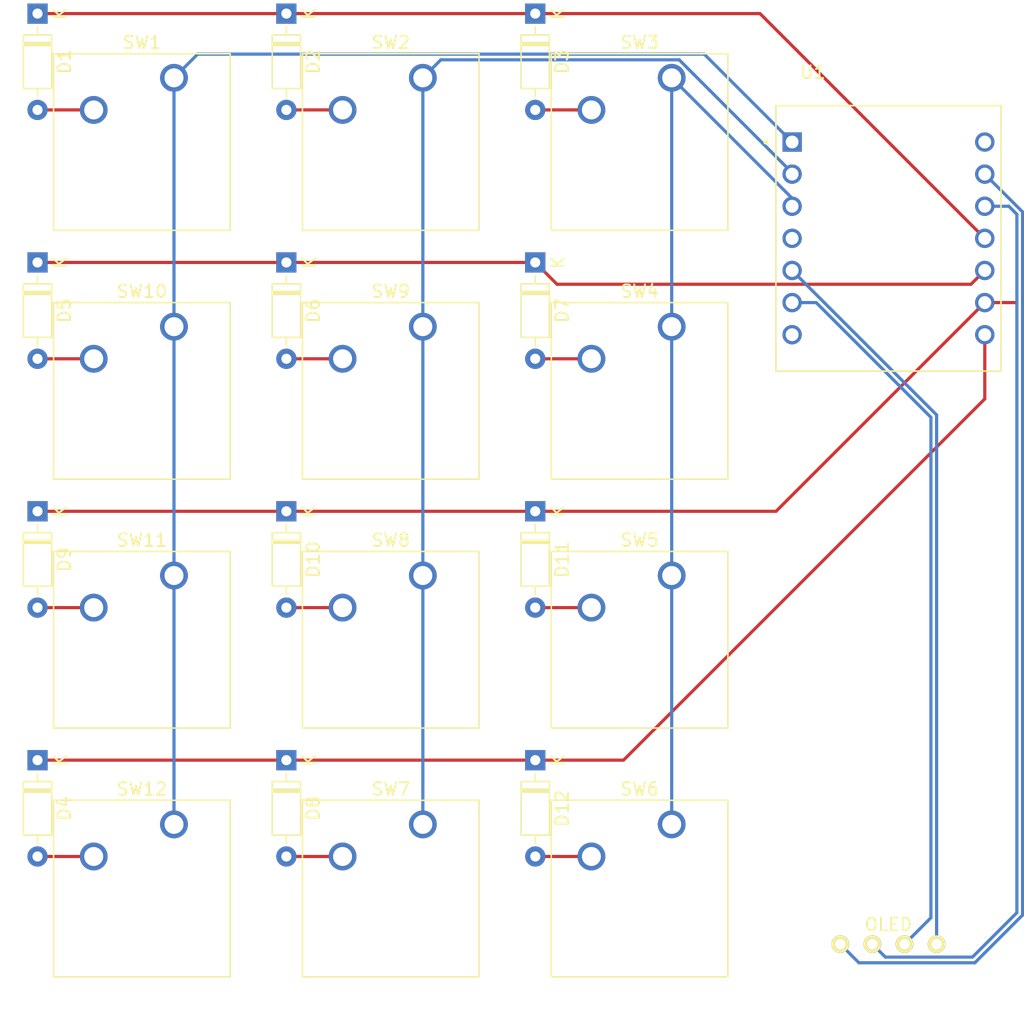
<source format=kicad_pcb>
(kicad_pcb (version 20221018) (generator pcbnew)
  (layers (0 "F.Cu" signal) (31 "B.Cu" signal) (34 "B.Paste" user) (35 "F.Paste" user) (36 "B.SilkS" user "B.Silkscreen") (37 "F.SilkS" user "F.Silkscreen") (38 "B.Mask" user) (39 "F.Mask" user) (44 "Edge.Cuts" user))
  (net 0 "")
  (net 1 "R-0")
  (net 2 "Net-(D1-A)")
  (net 3 "Net-(D2-A)")
  (net 4 "Net-(D3-A)")
  (net 5 "R-3")
  (net 6 "Net-(D4-A)")
  (net 7 "R-1")
  (net 8 "Net-(D5-A)")
  (net 9 "Net-(D6-A)")
  (net 10 "Net-(D7-A)")
  (net 11 "Net-(D8-A)")
  (net 12 "R-2")
  (net 13 "Net-(D10-A)")
  (net 14 "Net-(D11-A)")
  (net 15 "Net-(D12-A)")
  (net 16 "C-0")
  (net 17 "C-1")
  (net 18 "C-2")
  (net 19 "Net-(D9-A)")
  (net 20 "O-GND")
  (net 21 "O-VCC")
  (net 22 "O-SCL")
  (net 23 "O-SDA")
  (net 24 "C-3")
  (footprint "Button_Switch_Keyboard:SW_Cherry_MX_1.00u_PCB" (layer "F.Cu") (at 69.85 146.05)
    (fp_text reference "SW8" (at -2.54 -2.794) (layer "F.SilkS"))
    (fp_text value "SW_Push")
    (fp_line (start -9.525 -1.905) (end 4.445 -1.905) (stroke (width 0.12)) (layer "F.SilkS"))
    (fp_line (start -9.525 12.065) (end -9.525 -1.905) (stroke (width 0.12)) (layer "F.SilkS"))
    (fp_line (start 4.445 -1.905) (end 4.445 12.065) (stroke (width 0.12)) (layer "F.SilkS"))
    (fp_line (start 4.445 12.065) (end -9.525 12.065) (stroke (width 0.12)) (layer "F.SilkS"))
    (pad "" np_thru_hole circle (at -7.62 5.08) (size 1.7 1.7) (drill 1.7) (layers "*.Cu" "*.Mask"))
    (pad "" np_thru_hole circle (at -2.54 5.08) (size 4 4) (drill 4) (layers "*.Cu" "*.Mask"))
    (pad "" np_thru_hole circle (at 2.54 5.08) (size 1.7 1.7) (drill 1.7) (layers "*.Cu" "*.Mask"))
    (pad "1" thru_hole circle (at 0 0) (size 2.2 2.2) (drill 1.5) (layers "*.Cu" "*.Mask") (net 17 "C-1"))
    (pad "2" thru_hole circle (at -6.35 2.54) (size 2.2 2.2) (drill 1.5) (layers "*.Cu" "*.Mask") (net 13 "Net-(D10-A)"))
  )
  (footprint "Button_Switch_Keyboard:SW_Cherry_MX_1.00u_PCB" (layer "F.Cu") (at 50.165 126.365)
    (fp_text reference "SW10" (at -2.54 -2.794) (layer "F.SilkS"))
    (fp_text value "SW_Push")
    (fp_line (start -9.525 -1.905) (end 4.445 -1.905) (stroke (width 0.12)) (layer "F.SilkS"))
    (fp_line (start -9.525 12.065) (end -9.525 -1.905) (stroke (width 0.12)) (layer "F.SilkS"))
    (fp_line (start 4.445 -1.905) (end 4.445 12.065) (stroke (width 0.12)) (layer "F.SilkS"))
    (fp_line (start 4.445 12.065) (end -9.525 12.065) (stroke (width 0.12)) (layer "F.SilkS"))
    (pad "" np_thru_hole circle (at -7.62 5.08) (size 1.7 1.7) (drill 1.7) (layers "*.Cu" "*.Mask"))
    (pad "" np_thru_hole circle (at -2.54 5.08) (size 4 4) (drill 4) (layers "*.Cu" "*.Mask"))
    (pad "" np_thru_hole circle (at 2.54 5.08) (size 1.7 1.7) (drill 1.7) (layers "*.Cu" "*.Mask"))
    (pad "1" thru_hole circle (at 0 0) (size 2.2 2.2) (drill 1.5) (layers "*.Cu" "*.Mask") (net 16 "C-0"))
    (pad "2" thru_hole circle (at -6.35 2.54) (size 2.2 2.2) (drill 1.5) (layers "*.Cu" "*.Mask") (net 8 "Net-(D5-A)"))
  )
  (footprint "Button_Switch_Keyboard:SW_Cherry_MX_1.00u_PCB" (layer "F.Cu") (at 89.535 146.05)
    (fp_text reference "SW5" (at -2.54 -2.794) (layer "F.SilkS"))
    (fp_text value "SW_Push")
    (fp_line (start -9.525 -1.905) (end 4.445 -1.905) (stroke (width 0.12)) (layer "F.SilkS"))
    (fp_line (start -9.525 12.065) (end -9.525 -1.905) (stroke (width 0.12)) (layer "F.SilkS"))
    (fp_line (start 4.445 -1.905) (end 4.445 12.065) (stroke (width 0.12)) (layer "F.SilkS"))
    (fp_line (start 4.445 12.065) (end -9.525 12.065) (stroke (width 0.12)) (layer "F.SilkS"))
    (pad "" np_thru_hole circle (at -7.62 5.08) (size 1.7 1.7) (drill 1.7) (layers "*.Cu" "*.Mask"))
    (pad "" np_thru_hole circle (at -2.54 5.08) (size 4 4) (drill 4) (layers "*.Cu" "*.Mask"))
    (pad "" np_thru_hole circle (at 2.54 5.08) (size 1.7 1.7) (drill 1.7) (layers "*.Cu" "*.Mask"))
    (pad "1" thru_hole circle (at 0 0) (size 2.2 2.2) (drill 1.5) (layers "*.Cu" "*.Mask") (net 18 "C-2"))
    (pad "2" thru_hole circle (at -6.35 2.54) (size 2.2 2.2) (drill 1.5) (layers "*.Cu" "*.Mask") (net 14 "Net-(D11-A)"))
  )
  (footprint "Button_Switch_Keyboard:SW_Cherry_MX_1.00u_PCB" (layer "F.Cu") (at 89.535 165.735)
    (fp_text reference "SW6" (at -2.54 -2.794) (layer "F.SilkS"))
    (fp_text value "SW_Push")
    (fp_line (start -9.525 -1.905) (end 4.445 -1.905) (stroke (width 0.12)) (layer "F.SilkS"))
    (fp_line (start -9.525 12.065) (end -9.525 -1.905) (stroke (width 0.12)) (layer "F.SilkS"))
    (fp_line (start 4.445 -1.905) (end 4.445 12.065) (stroke (width 0.12)) (layer "F.SilkS"))
    (fp_line (start 4.445 12.065) (end -9.525 12.065) (stroke (width 0.12)) (layer "F.SilkS"))
    (pad "" np_thru_hole circle (at -7.62 5.08) (size 1.7 1.7) (drill 1.7) (layers "*.Cu" "*.Mask"))
    (pad "" np_thru_hole circle (at -2.54 5.08) (size 4 4) (drill 4) (layers "*.Cu" "*.Mask"))
    (pad "" np_thru_hole circle (at 2.54 5.08) (size 1.7 1.7) (drill 1.7) (layers "*.Cu" "*.Mask"))
    (pad "1" thru_hole circle (at 0 0) (size 2.2 2.2) (drill 1.5) (layers "*.Cu" "*.Mask") (net 18 "C-2"))
    (pad "2" thru_hole circle (at -6.35 2.54) (size 2.2 2.2) (drill 1.5) (layers "*.Cu" "*.Mask") (net 15 "Net-(D12-A)"))
  )
  (footprint "Diode_THT:D_DO-35_SOD27_P7.62mm_Horizontal" (layer "F.Cu") (at 78.74 121.285 -90)
    (fp_text reference "D7" (at 3.81 -2.12 90) (layer "F.SilkS"))
    (fp_text value "1N4148")
    (fp_text user "K" (at 0 -1.8 90) (layer "F.SilkS"))
    (fp_line (start 1.04 0) (end 1.69 0) (stroke (width 0.12)) (layer "F.SilkS"))
    (fp_line (start 1.69 -1.12) (end 1.69 1.12) (stroke (width 0.12)) (layer "F.SilkS"))
    (fp_line (start 1.69 1.12) (end 5.93 1.12) (stroke (width 0.12)) (layer "F.SilkS"))
    (fp_line (start 2.29 -1.12) (end 2.29 1.12) (stroke (width 0.12)) (layer "F.SilkS"))
    (fp_line (start 2.41 -1.12) (end 2.41 1.12) (stroke (width 0.12)) (layer "F.SilkS"))
    (fp_line (start 2.53 -1.12) (end 2.53 1.12) (stroke (width 0.12)) (layer "F.SilkS"))
    (fp_line (start 5.93 -1.12) (end 1.69 -1.12) (stroke (width 0.12)) (layer "F.SilkS"))
    (fp_line (start 5.93 1.12) (end 5.93 -1.12) (stroke (width 0.12)) (layer "F.SilkS"))
    (fp_line (start 6.58 0) (end 5.93 0) (stroke (width 0.12)) (layer "F.SilkS"))
    (pad "1" thru_hole rect (at 0 0 270) (size 1.6 1.6) (drill 0.8) (layers "*.Cu" "*.Mask") (net 7 "R-1"))
    (pad "2" thru_hole oval (at 7.62 0 270) (size 1.6 1.6) (drill 0.8) (layers "*.Cu" "*.Mask") (net 10 "Net-(D7-A)"))
  )
  (footprint "Diode_THT:D_DO-35_SOD27_P7.62mm_Horizontal" (layer "F.Cu") (at 59.055 140.97 -90)
    (fp_text reference "D10" (at 3.81 -2.12 90) (layer "F.SilkS"))
    (fp_text value "1N4148")
    (fp_text user "K" (at 0 -1.8 90) (layer "F.SilkS"))
    (fp_line (start 1.04 0) (end 1.69 0) (stroke (width 0.12)) (layer "F.SilkS"))
    (fp_line (start 1.69 -1.12) (end 1.69 1.12) (stroke (width 0.12)) (layer "F.SilkS"))
    (fp_line (start 1.69 1.12) (end 5.93 1.12) (stroke (width 0.12)) (layer "F.SilkS"))
    (fp_line (start 2.29 -1.12) (end 2.29 1.12) (stroke (width 0.12)) (layer "F.SilkS"))
    (fp_line (start 2.41 -1.12) (end 2.41 1.12) (stroke (width 0.12)) (layer "F.SilkS"))
    (fp_line (start 2.53 -1.12) (end 2.53 1.12) (stroke (width 0.12)) (layer "F.SilkS"))
    (fp_line (start 5.93 -1.12) (end 1.69 -1.12) (stroke (width 0.12)) (layer "F.SilkS"))
    (fp_line (start 5.93 1.12) (end 5.93 -1.12) (stroke (width 0.12)) (layer "F.SilkS"))
    (fp_line (start 6.58 0) (end 5.93 0) (stroke (width 0.12)) (layer "F.SilkS"))
    (pad "1" thru_hole rect (at 0 0 270) (size 1.6 1.6) (drill 0.8) (layers "*.Cu" "*.Mask") (net 12 "R-2"))
    (pad "2" thru_hole oval (at 7.62 0 270) (size 1.6 1.6) (drill 0.8) (layers "*.Cu" "*.Mask") (net 13 "Net-(D10-A)"))
  )
  (footprint "Button_Switch_Keyboard:SW_Cherry_MX_1.00u_PCB" (layer "F.Cu") (at 89.535 126.365)
    (fp_text reference "SW4" (at -2.54 -2.794) (layer "F.SilkS"))
    (fp_text value "SW_Push")
    (fp_line (start -9.525 -1.905) (end 4.445 -1.905) (stroke (width 0.12)) (layer "F.SilkS"))
    (fp_line (start -9.525 12.065) (end -9.525 -1.905) (stroke (width 0.12)) (layer "F.SilkS"))
    (fp_line (start 4.445 -1.905) (end 4.445 12.065) (stroke (width 0.12)) (layer "F.SilkS"))
    (fp_line (start 4.445 12.065) (end -9.525 12.065) (stroke (width 0.12)) (layer "F.SilkS"))
    (pad "" np_thru_hole circle (at -7.62 5.08) (size 1.7 1.7) (drill 1.7) (layers "*.Cu" "*.Mask"))
    (pad "" np_thru_hole circle (at -2.54 5.08) (size 4 4) (drill 4) (layers "*.Cu" "*.Mask"))
    (pad "" np_thru_hole circle (at 2.54 5.08) (size 1.7 1.7) (drill 1.7) (layers "*.Cu" "*.Mask"))
    (pad "1" thru_hole circle (at 0 0) (size 2.2 2.2) (drill 1.5) (layers "*.Cu" "*.Mask") (net 18 "C-2"))
    (pad "2" thru_hole circle (at -6.35 2.54) (size 2.2 2.2) (drill 1.5) (layers "*.Cu" "*.Mask") (net 10 "Net-(D7-A)"))
  )
  (footprint "Diode_THT:D_DO-35_SOD27_P7.62mm_Horizontal" (layer "F.Cu") (at 78.74 140.97 -90)
    (fp_text reference "D11" (at 3.81 -2.12 90) (layer "F.SilkS"))
    (fp_text value "1N4148")
    (fp_text user "K" (at 0 -1.8 90) (layer "F.SilkS"))
    (fp_line (start 1.04 0) (end 1.69 0) (stroke (width 0.12)) (layer "F.SilkS"))
    (fp_line (start 1.69 -1.12) (end 1.69 1.12) (stroke (width 0.12)) (layer "F.SilkS"))
    (fp_line (start 1.69 1.12) (end 5.93 1.12) (stroke (width 0.12)) (layer "F.SilkS"))
    (fp_line (start 2.29 -1.12) (end 2.29 1.12) (stroke (width 0.12)) (layer "F.SilkS"))
    (fp_line (start 2.41 -1.12) (end 2.41 1.12) (stroke (width 0.12)) (layer "F.SilkS"))
    (fp_line (start 2.53 -1.12) (end 2.53 1.12) (stroke (width 0.12)) (layer "F.SilkS"))
    (fp_line (start 5.93 -1.12) (end 1.69 -1.12) (stroke (width 0.12)) (layer "F.SilkS"))
    (fp_line (start 5.93 1.12) (end 5.93 -1.12) (stroke (width 0.12)) (layer "F.SilkS"))
    (fp_line (start 6.58 0) (end 5.93 0) (stroke (width 0.12)) (layer "F.SilkS"))
    (pad "1" thru_hole rect (at 0 0 270) (size 1.6 1.6) (drill 0.8) (layers "*.Cu" "*.Mask") (net 12 "R-2"))
    (pad "2" thru_hole oval (at 7.62 0 270) (size 1.6 1.6) (drill 0.8) (layers "*.Cu" "*.Mask") (net 14 "Net-(D11-A)"))
  )
  (footprint "Diode_THT:D_DO-35_SOD27_P7.62mm_Horizontal" (layer "F.Cu") (at 39.37 121.285 -90)
    (fp_text reference "D5" (at 3.81 -2.12 90) (layer "F.SilkS"))
    (fp_text value "1N4148")
    (fp_text user "K" (at 0 -1.8 90) (layer "F.SilkS"))
    (fp_line (start 1.04 0) (end 1.69 0) (stroke (width 0.12)) (layer "F.SilkS"))
    (fp_line (start 1.69 -1.12) (end 1.69 1.12) (stroke (width 0.12)) (layer "F.SilkS"))
    (fp_line (start 1.69 1.12) (end 5.93 1.12) (stroke (width 0.12)) (layer "F.SilkS"))
    (fp_line (start 2.29 -1.12) (end 2.29 1.12) (stroke (width 0.12)) (layer "F.SilkS"))
    (fp_line (start 2.41 -1.12) (end 2.41 1.12) (stroke (width 0.12)) (layer "F.SilkS"))
    (fp_line (start 2.53 -1.12) (end 2.53 1.12) (stroke (width 0.12)) (layer "F.SilkS"))
    (fp_line (start 5.93 -1.12) (end 1.69 -1.12) (stroke (width 0.12)) (layer "F.SilkS"))
    (fp_line (start 5.93 1.12) (end 5.93 -1.12) (stroke (width 0.12)) (layer "F.SilkS"))
    (fp_line (start 6.58 0) (end 5.93 0) (stroke (width 0.12)) (layer "F.SilkS"))
    (pad "1" thru_hole rect (at 0 0 270) (size 1.6 1.6) (drill 0.8) (layers "*.Cu" "*.Mask") (net 7 "R-1"))
    (pad "2" thru_hole oval (at 7.62 0 270) (size 1.6 1.6) (drill 0.8) (layers "*.Cu" "*.Mask") (net 8 "Net-(D5-A)"))
  )
  (footprint "Diode_THT:D_DO-35_SOD27_P7.62mm_Horizontal" (layer "F.Cu") (at 39.37 140.97 -90)
    (fp_text reference "D9" (at 3.81 -2.12 90) (layer "F.SilkS"))
    (fp_text value "1N4148")
    (fp_text user "K" (at 0 -1.8 90) (layer "F.SilkS"))
    (fp_line (start 1.04 0) (end 1.69 0) (stroke (width 0.12)) (layer "F.SilkS"))
    (fp_line (start 1.69 -1.12) (end 1.69 1.12) (stroke (width 0.12)) (layer "F.SilkS"))
    (fp_line (start 1.69 1.12) (end 5.93 1.12) (stroke (width 0.12)) (layer "F.SilkS"))
    (fp_line (start 2.29 -1.12) (end 2.29 1.12) (stroke (width 0.12)) (layer "F.SilkS"))
    (fp_line (start 2.41 -1.12) (end 2.41 1.12) (stroke (width 0.12)) (layer "F.SilkS"))
    (fp_line (start 2.53 -1.12) (end 2.53 1.12) (stroke (width 0.12)) (layer "F.SilkS"))
    (fp_line (start 5.93 -1.12) (end 1.69 -1.12) (stroke (width 0.12)) (layer "F.SilkS"))
    (fp_line (start 5.93 1.12) (end 5.93 -1.12) (stroke (width 0.12)) (layer "F.SilkS"))
    (fp_line (start 6.58 0) (end 5.93 0) (stroke (width 0.12)) (layer "F.SilkS"))
    (pad "1" thru_hole rect (at 0 0 270) (size 1.6 1.6) (drill 0.8) (layers "*.Cu" "*.Mask") (net 12 "R-2"))
    (pad "2" thru_hole oval (at 7.62 0 270) (size 1.6 1.6) (drill 0.8) (layers "*.Cu" "*.Mask") (net 19 "Net-(D9-A)"))
  )
  (footprint "Diode_THT:D_DO-35_SOD27_P7.62mm_Horizontal" (layer "F.Cu") (at 59.055 160.655 -90)
    (fp_text reference "D8" (at 3.81 -2.12 90) (layer "F.SilkS"))
    (fp_text value "1N4148")
    (fp_text user "K" (at 0 -1.8 90) (layer "F.SilkS"))
    (fp_line (start 1.04 0) (end 1.69 0) (stroke (width 0.12)) (layer "F.SilkS"))
    (fp_line (start 1.69 -1.12) (end 1.69 1.12) (stroke (width 0.12)) (layer "F.SilkS"))
    (fp_line (start 1.69 1.12) (end 5.93 1.12) (stroke (width 0.12)) (layer "F.SilkS"))
    (fp_line (start 2.29 -1.12) (end 2.29 1.12) (stroke (width 0.12)) (layer "F.SilkS"))
    (fp_line (start 2.41 -1.12) (end 2.41 1.12) (stroke (width 0.12)) (layer "F.SilkS"))
    (fp_line (start 2.53 -1.12) (end 2.53 1.12) (stroke (width 0.12)) (layer "F.SilkS"))
    (fp_line (start 5.93 -1.12) (end 1.69 -1.12) (stroke (width 0.12)) (layer "F.SilkS"))
    (fp_line (start 5.93 1.12) (end 5.93 -1.12) (stroke (width 0.12)) (layer "F.SilkS"))
    (fp_line (start 6.58 0) (end 5.93 0) (stroke (width 0.12)) (layer "F.SilkS"))
    (pad "1" thru_hole rect (at 0 0 270) (size 1.6 1.6) (drill 0.8) (layers "*.Cu" "*.Mask") (net 5 "R-3"))
    (pad "2" thru_hole oval (at 7.62 0 270) (size 1.6 1.6) (drill 0.8) (layers "*.Cu" "*.Mask") (net 11 "Net-(D8-A)"))
  )
  (footprint "Diode_THT:D_DO-35_SOD27_P7.62mm_Horizontal" (layer "F.Cu") (at 39.37 101.6 -90)
    (fp_text reference "D1" (at 3.81 -2.12 90) (layer "F.SilkS"))
    (fp_text value "1N4148")
    (fp_text user "K" (at 0 -1.8 90) (layer "F.SilkS"))
    (fp_line (start 1.04 0) (end 1.69 0) (stroke (width 0.12)) (layer "F.SilkS"))
    (fp_line (start 1.69 -1.12) (end 1.69 1.12) (stroke (width 0.12)) (layer "F.SilkS"))
    (fp_line (start 1.69 1.12) (end 5.93 1.12) (stroke (width 0.12)) (layer "F.SilkS"))
    (fp_line (start 2.29 -1.12) (end 2.29 1.12) (stroke (width 0.12)) (layer "F.SilkS"))
    (fp_line (start 2.41 -1.12) (end 2.41 1.12) (stroke (width 0.12)) (layer "F.SilkS"))
    (fp_line (start 2.53 -1.12) (end 2.53 1.12) (stroke (width 0.12)) (layer "F.SilkS"))
    (fp_line (start 5.93 -1.12) (end 1.69 -1.12) (stroke (width 0.12)) (layer "F.SilkS"))
    (fp_line (start 5.93 1.12) (end 5.93 -1.12) (stroke (width 0.12)) (layer "F.SilkS"))
    (fp_line (start 6.58 0) (end 5.93 0) (stroke (width 0.12)) (layer "F.SilkS"))
    (pad "1" thru_hole rect (at 0 0 270) (size 1.6 1.6) (drill 0.8) (layers "*.Cu" "*.Mask") (net 1 "R-0"))
    (pad "2" thru_hole oval (at 7.62 0 270) (size 1.6 1.6) (drill 0.8) (layers "*.Cu" "*.Mask") (net 2 "Net-(D1-A)"))
  )
  (footprint "Diode_THT:D_DO-35_SOD27_P7.62mm_Horizontal" (layer "F.Cu") (at 78.745 160.655 -90)
    (fp_text reference "D12" (at 3.81 -2.12 90) (layer "F.SilkS"))
    (fp_text value "1N4148")
    (fp_text user "K" (at 0 -1.8 90) (layer "F.SilkS"))
    (fp_line (start 1.04 0) (end 1.69 0) (stroke (width 0.12)) (layer "F.SilkS"))
    (fp_line (start 1.69 -1.12) (end 1.69 1.12) (stroke (width 0.12)) (layer "F.SilkS"))
    (fp_line (start 1.69 1.12) (end 5.93 1.12) (stroke (width 0.12)) (layer "F.SilkS"))
    (fp_line (start 2.29 -1.12) (end 2.29 1.12) (stroke (width 0.12)) (layer "F.SilkS"))
    (fp_line (start 2.41 -1.12) (end 2.41 1.12) (stroke (width 0.12)) (layer "F.SilkS"))
    (fp_line (start 2.53 -1.12) (end 2.53 1.12) (stroke (width 0.12)) (layer "F.SilkS"))
    (fp_line (start 5.93 -1.12) (end 1.69 -1.12) (stroke (width 0.12)) (layer "F.SilkS"))
    (fp_line (start 5.93 1.12) (end 5.93 -1.12) (stroke (width 0.12)) (layer "F.SilkS"))
    (fp_line (start 6.58 0) (end 5.93 0) (stroke (width 0.12)) (layer "F.SilkS"))
    (pad "1" thru_hole rect (at 0 0 270) (size 1.6 1.6) (drill 0.8) (layers "*.Cu" "*.Mask") (net 5 "R-3"))
    (pad "2" thru_hole oval (at 7.62 0 270) (size 1.6 1.6) (drill 0.8) (layers "*.Cu" "*.Mask") (net 15 "Net-(D12-A)"))
  )
  (footprint "Diode_THT:D_DO-35_SOD27_P7.62mm_Horizontal" (layer "F.Cu") (at 59.055 121.285 -90)
    (fp_text reference "D6" (at 3.81 -2.12 90) (layer "F.SilkS"))
    (fp_text value "1N4148")
    (fp_text user "K" (at 0 -1.8 90) (layer "F.SilkS"))
    (fp_line (start 1.04 0) (end 1.69 0) (stroke (width 0.12)) (layer "F.SilkS"))
    (fp_line (start 1.69 -1.12) (end 1.69 1.12) (stroke (width 0.12)) (layer "F.SilkS"))
    (fp_line (start 1.69 1.12) (end 5.93 1.12) (stroke (width 0.12)) (layer "F.SilkS"))
    (fp_line (start 2.29 -1.12) (end 2.29 1.12) (stroke (width 0.12)) (layer "F.SilkS"))
    (fp_line (start 2.41 -1.12) (end 2.41 1.12) (stroke (width 0.12)) (layer "F.SilkS"))
    (fp_line (start 2.53 -1.12) (end 2.53 1.12) (stroke (width 0.12)) (layer "F.SilkS"))
    (fp_line (start 5.93 -1.12) (end 1.69 -1.12) (stroke (width 0.12)) (layer "F.SilkS"))
    (fp_line (start 5.93 1.12) (end 5.93 -1.12) (stroke (width 0.12)) (layer "F.SilkS"))
    (fp_line (start 6.58 0) (end 5.93 0) (stroke (width 0.12)) (layer "F.SilkS"))
    (pad "1" thru_hole rect (at 0 0 270) (size 1.6 1.6) (drill 0.8) (layers "*.Cu" "*.Mask") (net 7 "R-1"))
    (pad "2" thru_hole oval (at 7.62 0 270) (size 1.6 1.6) (drill 0.8) (layers "*.Cu" "*.Mask") (net 9 "Net-(D6-A)"))
  )
  (footprint "Button_Switch_Keyboard:SW_Cherry_MX_1.00u_PCB" (layer "F.Cu") (at 69.85 106.68)
    (fp_text reference "SW2" (at -2.54 -2.794) (layer "F.SilkS"))
    (fp_text value "SW_Push")
    (fp_line (start -9.525 -1.905) (end 4.445 -1.905) (stroke (width 0.12)) (layer "F.SilkS"))
    (fp_line (start -9.525 12.065) (end -9.525 -1.905) (stroke (width 0.12)) (layer "F.SilkS"))
    (fp_line (start 4.445 -1.905) (end 4.445 12.065) (stroke (width 0.12)) (layer "F.SilkS"))
    (fp_line (start 4.445 12.065) (end -9.525 12.065) (stroke (width 0.12)) (layer "F.SilkS"))
    (pad "" np_thru_hole circle (at -7.62 5.08) (size 1.7 1.7) (drill 1.7) (layers "*.Cu" "*.Mask"))
    (pad "" np_thru_hole circle (at -2.54 5.08) (size 4 4) (drill 4) (layers "*.Cu" "*.Mask"))
    (pad "" np_thru_hole circle (at 2.54 5.08) (size 1.7 1.7) (drill 1.7) (layers "*.Cu" "*.Mask"))
    (pad "1" thru_hole circle (at 0 0) (size 2.2 2.2) (drill 1.5) (layers "*.Cu" "*.Mask") (net 17 "C-1"))
    (pad "2" thru_hole circle (at -6.35 2.54) (size 2.2 2.2) (drill 1.5) (layers "*.Cu" "*.Mask") (net 3 "Net-(D2-A)"))
  )
  (footprint "Button_Switch_Keyboard:SW_Cherry_MX_1.00u_PCB" (layer "F.Cu") (at 50.165 106.68)
    (fp_text reference "SW1" (at -2.54 -2.794) (layer "F.SilkS"))
    (fp_text value "SW_Push")
    (fp_line (start -9.525 -1.905) (end 4.445 -1.905) (stroke (width 0.12)) (layer "F.SilkS"))
    (fp_line (start -9.525 12.065) (end -9.525 -1.905) (stroke (width 0.12)) (layer "F.SilkS"))
    (fp_line (start 4.445 -1.905) (end 4.445 12.065) (stroke (width 0.12)) (layer "F.SilkS"))
    (fp_line (start 4.445 12.065) (end -9.525 12.065) (stroke (width 0.12)) (layer "F.SilkS"))
    (pad "" np_thru_hole circle (at -7.62 5.08) (size 1.7 1.7) (drill 1.7) (layers "*.Cu" "*.Mask"))
    (pad "" np_thru_hole circle (at -2.54 5.08) (size 4 4) (drill 4) (layers "*.Cu" "*.Mask"))
    (pad "" np_thru_hole circle (at 2.54 5.08) (size 1.7 1.7) (drill 1.7) (layers "*.Cu" "*.Mask"))
    (pad "1" thru_hole circle (at 0 0) (size 2.2 2.2) (drill 1.5) (layers "*.Cu" "*.Mask") (net 16 "C-0"))
    (pad "2" thru_hole circle (at -6.35 2.54) (size 2.2 2.2) (drill 1.5) (layers "*.Cu" "*.Mask") (net 2 "Net-(D1-A)"))
  )
  (footprint "Button_Switch_Keyboard:SW_Cherry_MX_1.00u_PCB" (layer "F.Cu") (at 69.85 165.735)
    (fp_text reference "SW7" (at -2.54 -2.794) (layer "F.SilkS"))
    (fp_text value "SW_Push")
    (fp_line (start -9.525 -1.905) (end 4.445 -1.905) (stroke (width 0.12)) (layer "F.SilkS"))
    (fp_line (start -9.525 12.065) (end -9.525 -1.905) (stroke (width 0.12)) (layer "F.SilkS"))
    (fp_line (start 4.445 -1.905) (end 4.445 12.065) (stroke (width 0.12)) (layer "F.SilkS"))
    (fp_line (start 4.445 12.065) (end -9.525 12.065) (stroke (width 0.12)) (layer "F.SilkS"))
    (pad "" np_thru_hole circle (at -7.62 5.08) (size 1.7 1.7) (drill 1.7) (layers "*.Cu" "*.Mask"))
    (pad "" np_thru_hole circle (at -2.54 5.08) (size 4 4) (drill 4) (layers "*.Cu" "*.Mask"))
    (pad "" np_thru_hole circle (at 2.54 5.08) (size 1.7 1.7) (drill 1.7) (layers "*.Cu" "*.Mask"))
    (pad "1" thru_hole circle (at 0 0) (size 2.2 2.2) (drill 1.5) (layers "*.Cu" "*.Mask") (net 17 "C-1"))
    (pad "2" thru_hole circle (at -6.35 2.54) (size 2.2 2.2) (drill 1.5) (layers "*.Cu" "*.Mask") (net 11 "Net-(D8-A)"))
  )
  (footprint "Button_Switch_Keyboard:SW_Cherry_MX_1.00u_PCB" (layer "F.Cu") (at 50.165 165.735)
    (fp_text reference "SW12" (at -2.54 -2.794) (layer "F.SilkS"))
    (fp_text value "SW_Push")
    (fp_line (start -9.525 -1.905) (end 4.445 -1.905) (stroke (width 0.12)) (layer "F.SilkS"))
    (fp_line (start -9.525 12.065) (end -9.525 -1.905) (stroke (width 0.12)) (layer "F.SilkS"))
    (fp_line (start 4.445 -1.905) (end 4.445 12.065) (stroke (width 0.12)) (layer "F.SilkS"))
    (fp_line (start 4.445 12.065) (end -9.525 12.065) (stroke (width 0.12)) (layer "F.SilkS"))
    (pad "" np_thru_hole circle (at -7.62 5.08) (size 1.7 1.7) (drill 1.7) (layers "*.Cu" "*.Mask"))
    (pad "" np_thru_hole circle (at -2.54 5.08) (size 4 4) (drill 4) (layers "*.Cu" "*.Mask"))
    (pad "" np_thru_hole circle (at 2.54 5.08) (size 1.7 1.7) (drill 1.7) (layers "*.Cu" "*.Mask"))
    (pad "1" thru_hole circle (at 0 0) (size 2.2 2.2) (drill 1.5) (layers "*.Cu" "*.Mask") (net 16 "C-0"))
    (pad "2" thru_hole circle (at -6.35 2.54) (size 2.2 2.2) (drill 1.5) (layers "*.Cu" "*.Mask") (net 6 "Net-(D4-A)"))
  )
  (footprint "Button_Switch_Keyboard:SW_Cherry_MX_1.00u_PCB" (layer "F.Cu") (at 69.85 126.365)
    (fp_text reference "SW9" (at -2.54 -2.794) (layer "F.SilkS"))
    (fp_text value "SW_Push")
    (fp_line (start -9.525 -1.905) (end 4.445 -1.905) (stroke (width 0.12)) (layer "F.SilkS"))
    (fp_line (start -9.525 12.065) (end -9.525 -1.905) (stroke (width 0.12)) (layer "F.SilkS"))
    (fp_line (start 4.445 -1.905) (end 4.445 12.065) (stroke (width 0.12)) (layer "F.SilkS"))
    (fp_line (start 4.445 12.065) (end -9.525 12.065) (stroke (width 0.12)) (layer "F.SilkS"))
    (pad "" np_thru_hole circle (at -7.62 5.08) (size 1.7 1.7) (drill 1.7) (layers "*.Cu" "*.Mask"))
    (pad "" np_thru_hole circle (at -2.54 5.08) (size 4 4) (drill 4) (layers "*.Cu" "*.Mask"))
    (pad "" np_thru_hole circle (at 2.54 5.08) (size 1.7 1.7) (drill 1.7) (layers "*.Cu" "*.Mask"))
    (pad "1" thru_hole circle (at 0 0) (size 2.2 2.2) (drill 1.5) (layers "*.Cu" "*.Mask") (net 17 "C-1"))
    (pad "2" thru_hole circle (at -6.35 2.54) (size 2.2 2.2) (drill 1.5) (layers "*.Cu" "*.Mask") (net 9 "Net-(D6-A)"))
  )
  (footprint "Button_Switch_Keyboard:SW_Cherry_MX_1.00u_PCB" (layer "F.Cu") (at 50.165 146.05)
    (fp_text reference "SW11" (at -2.54 -2.794) (layer "F.SilkS"))
    (fp_text value "SW_Push")
    (fp_line (start -9.525 -1.905) (end 4.445 -1.905) (stroke (width 0.12)) (layer "F.SilkS"))
    (fp_line (start -9.525 12.065) (end -9.525 -1.905) (stroke (width 0.12)) (layer "F.SilkS"))
    (fp_line (start 4.445 -1.905) (end 4.445 12.065) (stroke (width 0.12)) (layer "F.SilkS"))
    (fp_line (start 4.445 12.065) (end -9.525 12.065) (stroke (width 0.12)) (layer "F.SilkS"))
    (pad "" np_thru_hole circle (at -7.62 5.08) (size 1.7 1.7) (drill 1.7) (layers "*.Cu" "*.Mask"))
    (pad "" np_thru_hole circle (at -2.54 5.08) (size 4 4) (drill 4) (layers "*.Cu" "*.Mask"))
    (pad "" np_thru_hole circle (at 2.54 5.08) (size 1.7 1.7) (drill 1.7) (layers "*.Cu" "*.Mask"))
    (pad "1" thru_hole circle (at 0 0) (size 2.2 2.2) (drill 1.5) (layers "*.Cu" "*.Mask") (net 16 "C-0"))
    (pad "2" thru_hole circle (at -6.35 2.54) (size 2.2 2.2) (drill 1.5) (layers "*.Cu" "*.Mask") (net 19 "Net-(D9-A)"))
  )
  (footprint "Diode_THT:D_DO-35_SOD27_P7.62mm_Horizontal" (layer "F.Cu") (at 39.37 160.655 -90)
    (fp_text reference "D4" (at 3.81 -2.12 90) (layer "F.SilkS"))
    (fp_text value "1N4148")
    (fp_text user "K" (at 0 -1.8 90) (layer "F.SilkS"))
    (fp_line (start 1.04 0) (end 1.69 0) (stroke (width 0.12)) (layer "F.SilkS"))
    (fp_line (start 1.69 -1.12) (end 1.69 1.12) (stroke (width 0.12)) (layer "F.SilkS"))
    (fp_line (start 1.69 1.12) (end 5.93 1.12) (stroke (width 0.12)) (layer "F.SilkS"))
    (fp_line (start 2.29 -1.12) (end 2.29 1.12) (stroke (width 0.12)) (layer "F.SilkS"))
    (fp_line (start 2.41 -1.12) (end 2.41 1.12) (stroke (width 0.12)) (layer "F.SilkS"))
    (fp_line (start 2.53 -1.12) (end 2.53 1.12) (stroke (width 0.12)) (layer "F.SilkS"))
    (fp_line (start 5.93 -1.12) (end 1.69 -1.12) (stroke (width 0.12)) (layer "F.SilkS"))
    (fp_line (start 5.93 1.12) (end 5.93 -1.12) (stroke (width 0.12)) (layer "F.SilkS"))
    (fp_line (start 6.58 0) (end 5.93 0) (stroke (width 0.12)) (layer "F.SilkS"))
    (pad "1" thru_hole rect (at 0 0 270) (size 1.6 1.6) (drill 0.8) (layers "*.Cu" "*.Mask") (net 5 "R-3"))
    (pad "2" thru_hole oval (at 7.62 0 270) (size 1.6 1.6) (drill 0.8) (layers "*.Cu" "*.Mask") (net 6 "Net-(D4-A)"))
  )
  (footprint "kbd:OLED_v2" (layer "F.Cu") (at 106.68 175.21)
    (fp_text reference "Brd1")
    (fp_text value "SSD1306" hide)
    (fp_text user "OLED" (at 0 -1.55) (layer "F.SilkS"))
    (pad "1" thru_hole circle (at -3.81 0) (size 1.397 1.397) (drill 0.8128) (layers "*.Cu" "F.SilkS" "B.Mask") (net 20 "O-GND"))
    (pad "2" thru_hole circle (at -1.27 0) (size 1.397 1.397) (drill 0.8128) (layers "*.Cu" "F.SilkS" "B.Mask") (net 21 "O-VCC"))
    (pad "3" thru_hole circle (at 1.27 0) (size 1.397 1.397) (drill 0.8128) (layers "*.Cu" "F.SilkS" "B.Mask") (net 22 "O-SCL"))
    (pad "4" thru_hole circle (at 3.81 0) (size 1.397 1.397) (drill 0.8128) (layers "*.Cu" "F.SilkS" "B.Mask") (net 23 "O-SDA"))
  )
  (footprint "Diode_THT:D_DO-35_SOD27_P7.62mm_Horizontal" (layer "F.Cu") (at 59.055 101.6 -90)
    (fp_text reference "D2" (at 3.81 -2.12 90) (layer "F.SilkS"))
    (fp_text value "1N4148")
    (fp_text user "K" (at 0 -1.8 90) (layer "F.SilkS"))
    (fp_line (start 1.04 0) (end 1.69 0) (stroke (width 0.12)) (layer "F.SilkS"))
    (fp_line (start 1.69 -1.12) (end 1.69 1.12) (stroke (width 0.12)) (layer "F.SilkS"))
    (fp_line (start 1.69 1.12) (end 5.93 1.12) (stroke (width 0.12)) (layer "F.SilkS"))
    (fp_line (start 2.29 -1.12) (end 2.29 1.12) (stroke (width 0.12)) (layer "F.SilkS"))
    (fp_line (start 2.41 -1.12) (end 2.41 1.12) (stroke (width 0.12)) (layer "F.SilkS"))
    (fp_line (start 2.53 -1.12) (end 2.53 1.12) (stroke (width 0.12)) (layer "F.SilkS"))
    (fp_line (start 5.93 -1.12) (end 1.69 -1.12) (stroke (width 0.12)) (layer "F.SilkS"))
    (fp_line (start 5.93 1.12) (end 5.93 -1.12) (stroke (width 0.12)) (layer "F.SilkS"))
    (fp_line (start 6.58 0) (end 5.93 0) (stroke (width 0.12)) (layer "F.SilkS"))
    (pad "1" thru_hole rect (at 0 0 270) (size 1.6 1.6) (drill 0.8) (layers "*.Cu" "*.Mask") (net 1 "R-0"))
    (pad "2" thru_hole oval (at 7.62 0 270) (size 1.6 1.6) (drill 0.8) (layers "*.Cu" "*.Mask") (net 3 "Net-(D2-A)"))
  )
  (footprint "Diode_THT:D_DO-35_SOD27_P7.62mm_Horizontal" (layer "F.Cu") (at 78.74 101.6 -90)
    (fp_text reference "D3" (at 3.81 -2.12 90) (layer "F.SilkS"))
    (fp_text value "1N4148")
    (fp_text user "K" (at 0 -1.8 90) (layer "F.SilkS"))
    (fp_line (start 1.04 0) (end 1.69 0) (stroke (width 0.12)) (layer "F.SilkS"))
    (fp_line (start 1.69 -1.12) (end 1.69 1.12) (stroke (width 0.12)) (layer "F.SilkS"))
    (fp_line (start 1.69 1.12) (end 5.93 1.12) (stroke (width 0.12)) (layer "F.SilkS"))
    (fp_line (start 2.29 -1.12) (end 2.29 1.12) (stroke (width 0.12)) (layer "F.SilkS"))
    (fp_line (start 2.41 -1.12) (end 2.41 1.12) (stroke (width 0.12)) (layer "F.SilkS"))
    (fp_line (start 2.53 -1.12) (end 2.53 1.12) (stroke (width 0.12)) (layer "F.SilkS"))
    (fp_line (start 5.93 -1.12) (end 1.69 -1.12) (stroke (width 0.12)) (layer "F.SilkS"))
    (fp_line (start 5.93 1.12) (end 5.93 -1.12) (stroke (width 0.12)) (layer "F.SilkS"))
    (fp_line (start 6.58 0) (end 5.93 0) (stroke (width 0.12)) (layer "F.SilkS"))
    (pad "1" thru_hole rect (at 0 0 270) (size 1.6 1.6) (drill 0.8) (layers "*.Cu" "*.Mask") (net 1 "R-0"))
    (pad "2" thru_hole oval (at 7.62 0 270) (size 1.6 1.6) (drill 0.8) (layers "*.Cu" "*.Mask") (net 4 "Net-(D3-A)"))
  )
  (footprint "Button_Switch_Keyboard:SW_Cherry_MX_1.00u_PCB" (layer "F.Cu") (at 89.535 106.68)
    (fp_text reference "SW3" (at -2.54 -2.794) (layer "F.SilkS"))
    (fp_text value "SW_Push")
    (fp_line (start -9.525 -1.905) (end 4.445 -1.905) (stroke (width 0.12)) (layer "F.SilkS"))
    (fp_line (start -9.525 12.065) (end -9.525 -1.905) (stroke (width 0.12)) (layer "F.SilkS"))
    (fp_line (start 4.445 -1.905) (end 4.445 12.065) (stroke (width 0.12)) (layer "F.SilkS"))
    (fp_line (start 4.445 12.065) (end -9.525 12.065) (stroke (width 0.12)) (layer "F.SilkS"))
    (pad "" np_thru_hole circle (at -7.62 5.08) (size 1.7 1.7) (drill 1.7) (layers "*.Cu" "*.Mask"))
    (pad "" np_thru_hole circle (at -2.54 5.08) (size 4 4) (drill 4) (layers "*.Cu" "*.Mask"))
    (pad "" np_thru_hole circle (at 2.54 5.08) (size 1.7 1.7) (drill 1.7) (layers "*.Cu" "*.Mask"))
    (pad "1" thru_hole circle (at 0 0) (size 2.2 2.2) (drill 1.5) (layers "*.Cu" "*.Mask") (net 18 "C-2"))
    (pad "2" thru_hole circle (at -6.35 2.54) (size 2.2 2.2) (drill 1.5) (layers "*.Cu" "*.Mask") (net 4 "Net-(D3-A)"))
  )
  (footprint "seeed xiao:MODULE_102010388" (layer "F.Cu") (at 106.68 119.38)
    (fp_text reference "U1" (at -5.975 -13.135) (layer "F.SilkS"))
    (fp_text value "SeeeduinoXIAO")
    (fp_line (start -8.9 -10.5) (end -8.9 10.5) (stroke (width 0.127)) (layer "F.SilkS"))
    (fp_line (start -8.9 10.5) (end 8.9 10.5) (stroke (width 0.127)) (layer "F.SilkS"))
    (fp_line (start 8.9 -10.5) (end -8.9 -10.5) (stroke (width 0.127)) (layer "F.SilkS"))
    (fp_line (start 8.9 10.5) (end 8.9 -10.5) (stroke (width 0.127)) (layer "F.SilkS"))
    (fp_circle (center -9.7 -7.62) (end -9.6 -7.62) (stroke (width 0.2)) (fill none) (layer "F.SilkS"))
    (pad "1" thru_hole rect (at -7.62 -7.62) (size 1.53 1.53) (drill 1.02) (layers "*.Cu" "*.Mask") (net 16 "C-0"))
    (pad "2" thru_hole circle (at -7.62 -5.08) (size 1.53 1.53) (drill 1.02) (layers "*.Cu" "*.Mask") (net 17 "C-1"))
    (pad "3" thru_hole circle (at -7.62 -2.54) (size 1.53 1.53) (drill 1.02) (layers "*.Cu" "*.Mask") (net 18 "C-2"))
    (pad "4" thru_hole circle (at -7.62 0) (size 1.53 1.53) (drill 1.02) (layers "*.Cu" "*.Mask") (net 24 "C-3"))
    (pad "5" thru_hole circle (at -7.62 2.54) (size 1.53 1.53) (drill 1.02) (layers "*.Cu" "*.Mask") (net 23 "O-SDA"))
    (pad "6" thru_hole circle (at -7.62 5.08) (size 1.53 1.53) (drill 1.02) (layers "*.Cu" "*.Mask") (net 22 "O-SCL"))
    (pad "7" thru_hole circle (at -7.62 7.62) (size 1.53 1.53) (drill 1.02) (layers "*.Cu" "*.Mask"))
    (pad "8" thru_hole circle (at 7.62 7.62) (size 1.53 1.53) (drill 1.02) (layers "*.Cu" "*.Mask") (net 5 "R-3"))
    (pad "9" thru_hole circle (at 7.62 5.08) (size 1.53 1.53) (drill 1.02) (layers "*.Cu" "*.Mask") (net 12 "R-2"))
    (pad "10" thru_hole circle (at 7.62 2.54) (size 1.53 1.53) (drill 1.02) (layers "*.Cu" "*.Mask") (net 7 "R-1"))
    (pad "11" thru_hole circle (at 7.62 0) (size 1.53 1.53) (drill 1.02) (layers "*.Cu" "*.Mask") (net 1 "R-0"))
    (pad "12" thru_hole circle (at 7.62 -2.54) (size 1.53 1.53) (drill 1.02) (layers "*.Cu" "*.Mask") (net 21 "O-VCC"))
    (pad "13" thru_hole circle (at 7.62 -5.08) (size 1.53 1.53) (drill 1.02) (layers "*.Cu" "*.Mask") (net 20 "O-GND"))
    (pad "14" thru_hole circle (at 7.62 -7.62) (size 1.53 1.53) (drill 1.02) (layers "*.Cu" "*.Mask"))
  )
  (segment (start 59.055 101.6) (end 78.74 101.6) (width 0.25) (layer "F.Cu") (net 1))
  (segment (start 78.74 101.6) (end 96.52 101.6) (width 0.25) (layer "F.Cu") (net 1))
  (segment (start 39.37 101.6) (end 59.055 101.6) (width 0.25) (layer "F.Cu") (net 1))
  (segment (start 96.52 101.6) (end 114.3 119.38) (width 0.25) (layer "F.Cu") (net 1))
  (segment (start 43.815 109.22) (end 39.37 109.22) (width 0.25) (layer "F.Cu") (net 2))
  (segment (start 63.5 109.22) (end 59.055 109.22) (width 0.25) (layer "F.Cu") (net 3))
  (segment (start 78.74 109.22) (end 83.185 109.22) (width 0.25) (layer "F.Cu") (net 4))
  (segment (start 59.055 160.655) (end 78.745 160.655) (width 0.25) (layer "F.Cu") (net 5))
  (segment (start 114.3 132.08) (end 114.3 127) (width 0.25) (layer "F.Cu") (net 5))
  (segment (start 39.37 160.655) (end 59.055 160.655) (width 0.25) (layer "F.Cu") (net 5))
  (segment (start 85.725 160.655) (end 114.3 132.08) (width 0.25) (layer "F.Cu") (net 5))
  (segment (start 78.745 160.655) (end 85.725 160.655) (width 0.25) (layer "F.Cu") (net 5))
  (segment (start 43.815 168.275) (end 39.37 168.275) (width 0.25) (layer "F.Cu") (net 6))
  (segment (start 80.465 123.01) (end 78.74 121.285) (width 0.25) (layer "F.Cu") (net 7))
  (segment (start 39.37 121.285) (end 59.055 121.285) (width 0.25) (layer "F.Cu") (net 7))
  (segment (start 113.21 123.01) (end 80.465 123.01) (width 0.25) (layer "F.Cu") (net 7))
  (segment (start 59.055 121.285) (end 78.74 121.285) (width 0.25) (layer "F.Cu") (net 7))
  (segment (start 114.3 121.92) (end 113.21 123.01) (width 0.25) (layer "F.Cu") (net 7))
  (segment (start 43.815 128.905) (end 39.37 128.905) (width 0.25) (layer "F.Cu") (net 8))
  (segment (start 63.5 128.905) (end 59.055 128.905) (width 0.25) (layer "F.Cu") (net 9))
  (segment (start 83.185 128.905) (end 78.74 128.905) (width 0.25) (layer "F.Cu") (net 10))
  (segment (start 63.5 168.275) (end 59.055 168.275) (width 0.25) (layer "F.Cu") (net 11))
  (segment (start 114.3 124.46) (end 116.84 124.46) (width 0.25) (layer "F.Cu") (net 12))
  (segment (start 39.37 140.97) (end 59.055 140.97) (width 0.25) (layer "F.Cu") (net 12))
  (segment (start 59.055 140.97) (end 78.74 140.97) (width 0.25) (layer "F.Cu") (net 12))
  (segment (start 97.79 140.97) (end 114.3 124.46) (width 0.25) (layer "F.Cu") (net 12))
  (segment (start 78.74 140.97) (end 97.79 140.97) (width 0.25) (layer "F.Cu") (net 12))
  (segment (start 63.5 148.59) (end 59.055 148.59) (width 0.25) (layer "F.Cu") (net 13))
  (segment (start 83.185 148.59) (end 78.74 148.59) (width 0.25) (layer "F.Cu") (net 14))
  (segment (start 83.185 168.275) (end 78.745 168.275) (width 0.25) (layer "F.Cu") (net 15))
  (segment (start 50.165 106.68) (end 52.04 104.805) (width 0.25) (layer "B.Cu") (net 16))
  (segment (start 92.105 104.805) (end 99.06 111.76) (width 0.25) (layer "B.Cu") (net 16))
  (segment (start 50.165 106.68) (end 50.165 165.735) (width 0.25) (layer "B.Cu") (net 16))
  (segment (start 52.04 104.805) (end 92.105 104.805) (width 0.25) (layer "B.Cu") (net 16))
  (segment (start 71.275 105.255) (end 90.125255 105.255) (width 0.25) (layer "B.Cu") (net 17))
  (segment (start 99.06 114.189745) (end 99.06 114.3) (width 0.25) (layer "B.Cu") (net 17))
  (segment (start 69.85 165.735) (end 69.85 106.68) (width 0.25) (layer "B.Cu") (net 17))
  (segment (start 90.125255 105.255) (end 99.06 114.189745) (width 0.25) (layer "B.Cu") (net 17))
  (segment (start 69.85 106.68) (end 71.275 105.255) (width 0.25) (layer "B.Cu") (net 17))
  (segment (start 89.535 106.68) (end 99.06 116.205) (width 0.25) (layer "B.Cu") (net 18))
  (segment (start 99.06 116.205) (end 99.06 116.84) (width 0.25) (layer "B.Cu") (net 18))
  (segment (start 89.535 106.68) (end 89.535 165.735) (width 0.25) (layer "B.Cu") (net 18))
  (segment (start 43.815 148.59) (end 39.37 148.59) (width 0.25) (layer "F.Cu") (net 19))
  (segment (start 117.29 172.906396) (end 117.29 117.29) (width 0.25) (layer "B.Cu") (net 20))
  (segment (start 102.87 175.21) (end 104.3435 176.6835) (width 0.25) (layer "B.Cu") (net 20))
  (segment (start 117.29 117.29) (end 114.3 114.3) (width 0.25) (layer "B.Cu") (net 20))
  (segment (start 104.3435 176.6835) (end 113.512896 176.6835) (width 0.25) (layer "B.Cu") (net 20))
  (segment (start 113.512896 176.6835) (end 117.29 172.906396) (width 0.25) (layer "B.Cu") (net 20))
  (segment (start 113.3265 176.2335) (end 116.84 172.72) (width 0.25) (layer "B.Cu") (net 21))
  (segment (start 116.84 172.72) (end 116.84 117.476396) (width 0.25) (layer "B.Cu") (net 21))
  (segment (start 116.203604 116.84) (end 114.3 116.84) (width 0.25) (layer "B.Cu") (net 21))
  (segment (start 116.84 117.476396) (end 116.203604 116.84) (width 0.25) (layer "B.Cu") (net 21))
  (segment (start 106.4335 176.2335) (end 113.3265 176.2335) (width 0.25) (layer "B.Cu") (net 21))
  (segment (start 105.41 175.21) (end 106.4335 176.2335) (width 0.25) (layer "B.Cu") (net 21))
  (segment (start 99.06 124.46) (end 100.963604 124.46) (width 0.25) (layer "B.Cu") (net 22))
  (segment (start 100.963604 124.46) (end 110.04 133.536396) (width 0.25) (layer "B.Cu") (net 22))
  (segment (start 110.04 133.536396) (end 110.04 173.12) (width 0.25) (layer "B.Cu") (net 22))
  (segment (start 110.04 173.12) (end 107.95 175.21) (width 0.25) (layer "B.Cu") (net 22))
  (segment (start 110.49 175.21) (end 110.49 133.35) (width 0.25) (layer "B.Cu") (net 23))
  (segment (start 110.49 133.35) (end 99.06 121.92) (width 0.25) (layer "B.Cu") (net 23))
)
</source>
